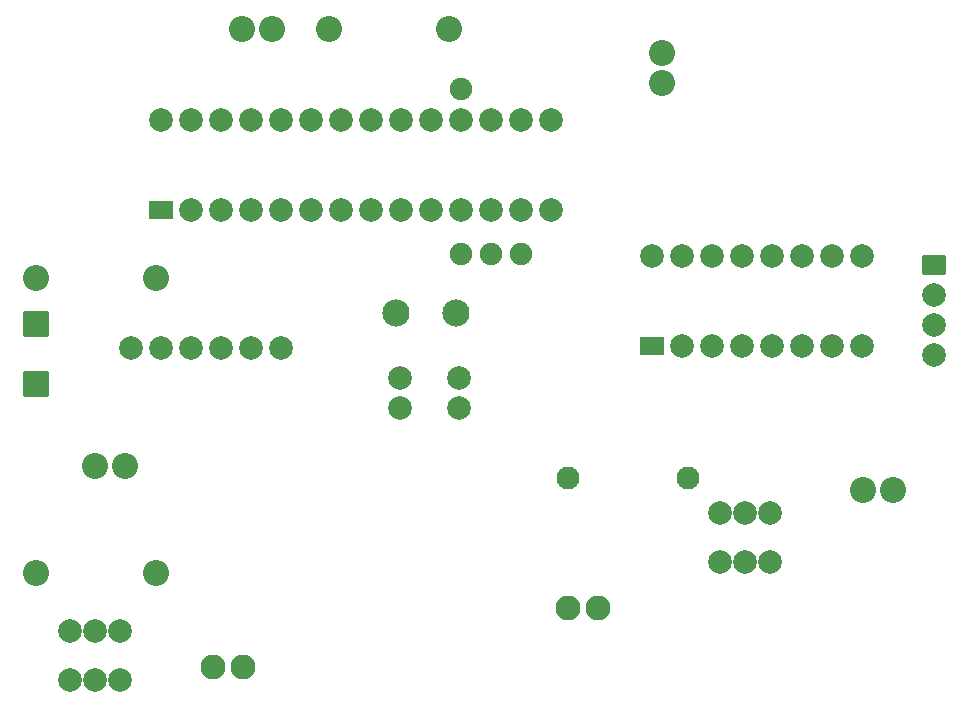
<source format=gbs>
G04 Layer: BottomSolderMaskLayer*
G04 EasyEDA v6.5.22, 2022-12-08 11:34:22*
G04 ba10e971585544e28f5e26b8275f6fe8,362fd913e7484c3682bebf37a00ceee6,10*
G04 Gerber Generator version 0.2*
G04 Scale: 100 percent, Rotated: No, Reflected: No *
G04 Dimensions in millimeters *
G04 leading zeros omitted , absolute positions ,4 integer and 5 decimal *
%FSLAX45Y45*%
%MOMM*%

%AMMACRO1*1,1,$1,$2,$3*1,1,$1,$4,$5*1,1,$1,0-$2,0-$3*1,1,$1,0-$4,0-$5*20,1,$1,$2,$3,$4,$5,0*20,1,$1,$4,$5,0-$2,0-$3,0*20,1,$1,0-$2,0-$3,0-$4,0-$5,0*20,1,$1,0-$4,0-$5,$2,$3,0*4,1,4,$2,$3,$4,$5,0-$2,0-$3,0-$4,0-$5,$2,$3,0*%
%ADD10C,2.2032*%
%ADD11C,1.9532*%
%ADD12MACRO1,0.2032X-0.9X0.6985X0.9X0.6985*%
%ADD13C,2.0032*%
%ADD14C,2.1032*%
%ADD15MACRO1,0.2032X-1X-1X-1X1*%
%ADD16MACRO1,0.2032X-0.9X0.762X0.9X0.762*%
%ADD17C,2.3032*%
%ADD18C,1.9016*%

%LPD*%
D10*
G01*
X16099993Y8800007D03*
G01*
X16099993Y8545982D03*
G01*
X10800003Y6899986D03*
G01*
X11816003Y6899986D03*
D11*
G01*
X15300020Y5199989D03*
G01*
X16316020Y5199989D03*
D10*
G01*
X10800003Y4400016D03*
G01*
X11816003Y4400016D03*
D12*
G01*
X11855399Y7469809D03*
D13*
G01*
X12109399Y7469809D03*
G01*
X12363399Y7469809D03*
G01*
X12617399Y7469809D03*
G01*
X12871399Y7469809D03*
G01*
X13125399Y7469809D03*
G01*
X13379399Y7469809D03*
G01*
X13633399Y7469809D03*
G01*
X13887399Y7469809D03*
G01*
X14141399Y7469809D03*
G01*
X14395399Y7469809D03*
G01*
X14649399Y7469809D03*
G01*
X14903399Y7469809D03*
G01*
X15157399Y7469809D03*
G01*
X15157399Y8231809D03*
G01*
X14903399Y8231809D03*
G01*
X14649399Y8231809D03*
G01*
X14395399Y8231809D03*
G01*
X14141399Y8231809D03*
G01*
X13887399Y8231809D03*
G01*
X13633399Y8231809D03*
G01*
X13379399Y8231809D03*
G01*
X13125399Y8231809D03*
G01*
X12871399Y8231809D03*
G01*
X12617399Y8231809D03*
G01*
X12363399Y8231809D03*
G01*
X12109399Y8231809D03*
G01*
X11855399Y8231809D03*
D14*
G01*
X12300000Y3600018D03*
G01*
X12554000Y3600018D03*
D10*
G01*
X12799999Y8999981D03*
G01*
X12545999Y8999981D03*
D14*
G01*
X15300020Y4099991D03*
G01*
X15554020Y4099991D03*
D15*
G01*
X10800003Y5999988D03*
G01*
X10800003Y6507988D03*
D13*
G01*
X14382216Y5795848D03*
G01*
X14382216Y6049848D03*
G01*
X13882217Y5795848D03*
G01*
X13882217Y6049848D03*
D10*
G01*
X17799989Y5099989D03*
G01*
X18054015Y5099989D03*
G01*
X11300002Y5299989D03*
G01*
X11554028Y5299989D03*
D13*
G01*
X18400013Y6245987D03*
G01*
X18400013Y6499987D03*
G01*
X18400013Y6753987D03*
D16*
G01*
X18400013Y7007987D03*
D17*
G01*
X13845997Y6599986D03*
G01*
X14353997Y6599986D03*
D13*
G01*
X11600002Y6299987D03*
G01*
X11854002Y6299987D03*
G01*
X12108002Y6299987D03*
G01*
X12362002Y6299987D03*
G01*
X12616002Y6299987D03*
G01*
X12870002Y6299987D03*
G01*
X11089944Y3489934D03*
G01*
X11300002Y3489934D03*
G01*
X11510060Y3489934D03*
G01*
X11510060Y3910050D03*
G01*
X11300002Y3910050D03*
G01*
X11089944Y3910050D03*
G01*
X16589933Y4489932D03*
G01*
X16799991Y4489932D03*
G01*
X17010049Y4489932D03*
G01*
X17010049Y4910048D03*
G01*
X16799991Y4910048D03*
G01*
X16589933Y4910048D03*
D10*
G01*
X14299996Y9000007D03*
G01*
X13283996Y9000007D03*
D12*
G01*
X16010991Y6318986D03*
D13*
G01*
X16264991Y6318986D03*
G01*
X16518991Y6318986D03*
G01*
X16772991Y6318986D03*
G01*
X17026991Y6318986D03*
G01*
X17280991Y6318986D03*
G01*
X17534991Y6318986D03*
G01*
X17788991Y6318986D03*
G01*
X17788991Y7080986D03*
G01*
X17534991Y7080986D03*
G01*
X17280991Y7080986D03*
G01*
X17026991Y7080986D03*
G01*
X16772991Y7080986D03*
G01*
X16518991Y7080986D03*
G01*
X16264991Y7080986D03*
G01*
X16010991Y7080986D03*
D18*
G01*
X14395399Y7100011D03*
G01*
X14649399Y7100011D03*
G01*
X14903399Y7100011D03*
G01*
X14395399Y8500008D03*
M02*

</source>
